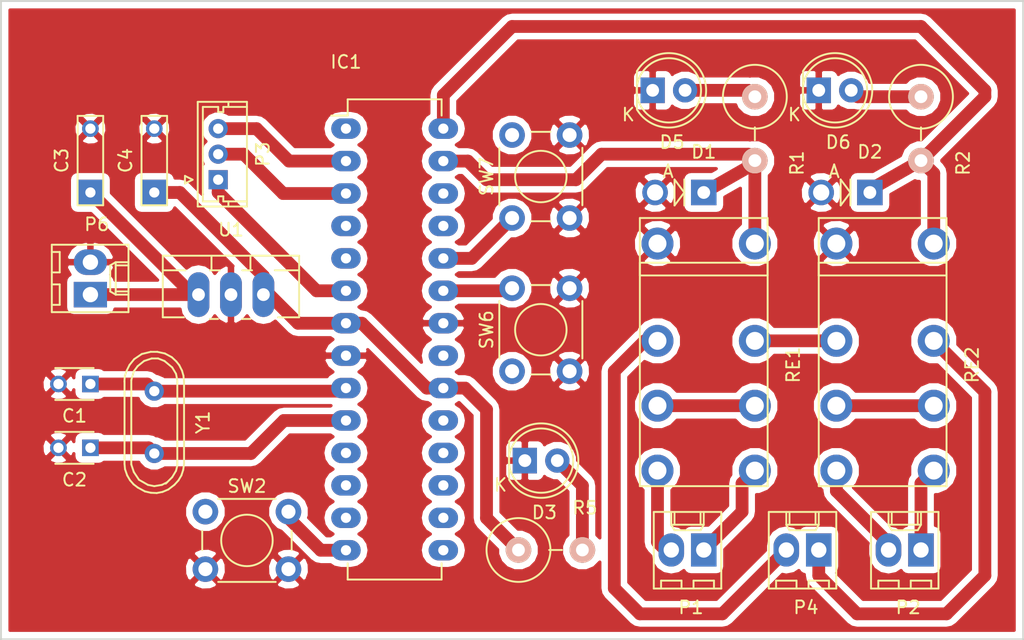
<source format=kicad_pcb>
(kicad_pcb (version 4) (host pcbnew 4.0.4-stable)
  (layers (0 F.Cu signal) (31 B.Cu signal) (34 B.Paste user) (35 F.Paste user) (36 B.SilkS user) (37 F.SilkS user) (38 B.Mask user) (39 F.Mask user) (44 Edge.Cuts user))
  (net 0 "")
  (net 1 /XTAL1)
  (net 2 GND)
  (net 3 /XTAL2)
  (net 4 /PED_1)
  (net 5 /PED_2)
  (net 6 "Net-(D3-Pad2)")
  (net 7 /RX)
  (net 8 /TX)
  (net 9 /XCK)
  (net 10 VDD)
  (net 11 /PRESET_1)
  (net 12 /SET_1)
  (net 13 /SET_2)
  (net 14 "Net-(P1-Pad1)")
  (net 15 "Net-(P1-Pad2)")
  (net 16 "Net-(P2-Pad1)")
  (net 17 "Net-(P2-Pad2)")
  (net 18 /G_OUT)
  (net 19 /G_IN)
  (net 20 VCC)
  (net 21 "Net-(RE1-Pad2)")
  (net 22 "Net-(RE1-Pad3)")
  (net 23 "Net-(RE2-Pad3)")
  (net 24 "Net-(D5-Pad2)")
  (net 25 "Net-(D6-Pad2)")
  (module Capacitors_ThroughHole:C_Disc_D3_P2.5 (layer F.Cu) (at 87 110 180)
    (fp_text reference C1 (at 1.25 -2.5 180) (layer F.SilkS))
    (fp_text value 22pF)
    (fp_line (start -0.25 -1.25) (end 2.75 -1.25) (layer F.SilkS) (width 0.15))
    (fp_line (start 2.75 1.25) (end -0.25 1.25) (layer F.SilkS) (width 0.15))
    (pad 1 thru_hole rect (at 0 0 180) (size 1.3 1.3) (drill 0.8) (layers *.Cu *.Mask) (net 1 /XTAL1))
    (pad 2 thru_hole circle (at 2.5 0 180) (size 1.3 1.3) (drill 0.8001) (layers *.Cu *.Mask) (net 2 GND))
  )
  (module Capacitors_ThroughHole:C_Disc_D3_P2.5 (layer F.Cu) (at 87 115 180)
    (fp_text reference C2 (at 1.25 -2.5 180) (layer F.SilkS))
    (fp_text value 22pF)
    (fp_line (start -0.25 -1.25) (end 2.75 -1.25) (layer F.SilkS) (width 0.15))
    (fp_line (start 2.75 1.25) (end -0.25 1.25) (layer F.SilkS) (width 0.15))
    (pad 1 thru_hole rect (at 0 0 180) (size 1.3 1.3) (drill 0.8) (layers *.Cu *.Mask) (net 3 /XTAL2))
    (pad 2 thru_hole circle (at 2.5 0 180) (size 1.3 1.3) (drill 0.8001) (layers *.Cu *.Mask) (net 2 GND))
  )
  (module Diodes_ThroughHole:Diode_DO-41_SOD81_Vertical_AnodeUp (layer F.Cu) (at 135 95 180)
    (fp_text reference D1 (at 0 3.175 180) (layer F.SilkS))
    (fp_text value D_Schottky)
    (fp_text user A (at 2.794 1.651 180) (layer F.SilkS))
    (fp_line (start 1.524 0) (end 2.286 1.016) (layer F.SilkS) (width 0.15))
    (fp_line (start 1.524 0) (end 2.286 -1.016) (layer F.SilkS) (width 0.15))
    (fp_line (start 1.524 -1.016) (end 1.524 1.016) (layer F.SilkS) (width 0.15))
    (fp_line (start 2.286 -1.016) (end 2.286 1.016) (layer F.SilkS) (width 0.15))
    (pad 2 thru_hole circle (at 3.81 0 180) (size 1.99898 1.99898) (drill 1.27) (layers *.Cu *.Mask) (net 2 GND))
    (pad 1 thru_hole rect (at 0 0 180) (size 1.99898 1.99898) (drill 1.00076) (layers *.Cu *.Mask) (net 4 /PED_1))
  )
  (module Diodes_ThroughHole:Diode_DO-41_SOD81_Vertical_AnodeUp (layer F.Cu) (at 148 95 180)
    (fp_text reference D2 (at 0 3.175 180) (layer F.SilkS))
    (fp_text value D_Schottky)
    (fp_text user A (at 2.794 1.651 180) (layer F.SilkS))
    (fp_line (start 1.524 0) (end 2.286 1.016) (layer F.SilkS) (width 0.15))
    (fp_line (start 1.524 0) (end 2.286 -1.016) (layer F.SilkS) (width 0.15))
    (fp_line (start 1.524 -1.016) (end 1.524 1.016) (layer F.SilkS) (width 0.15))
    (fp_line (start 2.286 -1.016) (end 2.286 1.016) (layer F.SilkS) (width 0.15))
    (pad 2 thru_hole circle (at 3.81 0 180) (size 1.99898 1.99898) (drill 1.27) (layers *.Cu *.Mask) (net 2 GND))
    (pad 1 thru_hole rect (at 0 0 180) (size 1.99898 1.99898) (drill 1.00076) (layers *.Cu *.Mask) (net 5 /PED_2))
  )
  (module LEDs:LED-5MM (layer F.Cu) (at 121 116)
    (fp_text reference D3 (at 1.524 4.064) (layer F.SilkS))
    (fp_text value LED)
    (fp_arc (start 1.27 0) (end -1.23 -1.5) (angle 297.5) (layer F.SilkS) (width 0.15))
    (fp_line (start -1.23 1.5) (end -1.23 -1.5) (layer F.SilkS) (width 0.15))
    (fp_circle (center 1.27 0) (end 0.97 -2.5) (layer F.SilkS) (width 0.15))
    (fp_text user K (at -1.905 1.905) (layer F.SilkS))
    (pad 1 thru_hole rect (at 0 0 90) (size 2 1.9) (drill 1.00076) (layers *.Cu *.Mask) (net 2 GND))
    (pad 2 thru_hole circle (at 2.54 0) (size 1.9 1.9) (drill 1.00076) (layers *.Cu *.Mask) (net 6 "Net-(D3-Pad2)"))
  )
  (module Housings_DIP:DIP-28_W7.62mm_LongPads (layer F.Cu) (at 107 90)
    (fp_text reference IC1 (at 0 -5.22) (layer F.SilkS))
    (fp_text value ATMEGA328-P)
    (fp_line (start 0.135 -2.295) (end 0.135 -1.025) (layer F.SilkS) (width 0.15))
    (fp_line (start 7.485 -2.295) (end 7.485 -1.025) (layer F.SilkS) (width 0.15))
    (fp_line (start 7.485 35.315) (end 7.485 34.045) (layer F.SilkS) (width 0.15))
    (fp_line (start 0.135 35.315) (end 0.135 34.045) (layer F.SilkS) (width 0.15))
    (fp_line (start 0.135 -2.295) (end 7.485 -2.295) (layer F.SilkS) (width 0.15))
    (fp_line (start 0.135 35.315) (end 7.485 35.315) (layer F.SilkS) (width 0.15))
    (fp_line (start 0.135 -1.025) (end -1.15 -1.025) (layer F.SilkS) (width 0.15))
    (pad 1 thru_hole oval (at 0 0) (size 2.3 1.6) (drill 0.8) (layers *.Cu *.Mask))
    (pad 2 thru_hole oval (at 0 2.54) (size 2.3 1.6) (drill 0.8) (layers *.Cu *.Mask) (net 7 /RX))
    (pad 3 thru_hole oval (at 0 5.08) (size 2.3 1.6) (drill 0.8) (layers *.Cu *.Mask) (net 8 /TX))
    (pad 4 thru_hole oval (at 0 7.62) (size 2.3 1.6) (drill 0.8) (layers *.Cu *.Mask))
    (pad 5 thru_hole oval (at 0 10.16) (size 2.3 1.6) (drill 0.8) (layers *.Cu *.Mask))
    (pad 6 thru_hole oval (at 0 12.7) (size 2.3 1.6) (drill 0.8) (layers *.Cu *.Mask) (net 9 /XCK))
    (pad 7 thru_hole oval (at 0 15.24) (size 2.3 1.6) (drill 0.8) (layers *.Cu *.Mask) (net 10 VDD))
    (pad 8 thru_hole oval (at 0 17.78) (size 2.3 1.6) (drill 0.8) (layers *.Cu *.Mask) (net 2 GND))
    (pad 9 thru_hole oval (at 0 20.32) (size 2.3 1.6) (drill 0.8) (layers *.Cu *.Mask) (net 1 /XTAL1))
    (pad 10 thru_hole oval (at 0 22.86) (size 2.3 1.6) (drill 0.8) (layers *.Cu *.Mask) (net 3 /XTAL2))
    (pad 11 thru_hole oval (at 0 25.4) (size 2.3 1.6) (drill 0.8) (layers *.Cu *.Mask))
    (pad 12 thru_hole oval (at 0 27.94) (size 2.3 1.6) (drill 0.8) (layers *.Cu *.Mask))
    (pad 13 thru_hole oval (at 0 30.48) (size 2.3 1.6) (drill 0.8) (layers *.Cu *.Mask))
    (pad 14 thru_hole oval (at 0 33.02) (size 2.3 1.6) (drill 0.8) (layers *.Cu *.Mask) (net 11 /PRESET_1))
    (pad 15 thru_hole oval (at 7.62 33.02) (size 2.3 1.6) (drill 0.8) (layers *.Cu *.Mask))
    (pad 16 thru_hole oval (at 7.62 30.48) (size 2.3 1.6) (drill 0.8) (layers *.Cu *.Mask))
    (pad 17 thru_hole oval (at 7.62 27.94) (size 2.3 1.6) (drill 0.8) (layers *.Cu *.Mask))
    (pad 18 thru_hole oval (at 7.62 25.4) (size 2.3 1.6) (drill 0.8) (layers *.Cu *.Mask))
    (pad 19 thru_hole oval (at 7.62 22.86) (size 2.3 1.6) (drill 0.8) (layers *.Cu *.Mask))
    (pad 20 thru_hole oval (at 7.62 20.32) (size 2.3 1.6) (drill 0.8) (layers *.Cu *.Mask) (net 10 VDD))
    (pad 21 thru_hole oval (at 7.62 17.78) (size 2.3 1.6) (drill 0.8) (layers *.Cu *.Mask))
    (pad 22 thru_hole oval (at 7.62 15.24) (size 2.3 1.6) (drill 0.8) (layers *.Cu *.Mask) (net 2 GND))
    (pad 23 thru_hole oval (at 7.62 12.7) (size 2.3 1.6) (drill 0.8) (layers *.Cu *.Mask) (net 12 /SET_1))
    (pad 24 thru_hole oval (at 7.62 10.16) (size 2.3 1.6) (drill 0.8) (layers *.Cu *.Mask) (net 13 /SET_2))
    (pad 25 thru_hole oval (at 7.62 7.62) (size 2.3 1.6) (drill 0.8) (layers *.Cu *.Mask))
    (pad 26 thru_hole oval (at 7.62 5.08) (size 2.3 1.6) (drill 0.8) (layers *.Cu *.Mask))
    (pad 27 thru_hole oval (at 7.62 2.54) (size 2.3 1.6) (drill 0.8) (layers *.Cu *.Mask) (net 4 /PED_1))
    (pad 28 thru_hole oval (at 7.62 0) (size 2.3 1.6) (drill 0.8) (layers *.Cu *.Mask) (net 5 /PED_2))
  )
  (module Connectors_Molex:Molex_KK-6410-02_02x2.54mm_Straight (layer F.Cu) (at 135 123 180)
    (fp_text reference P1 (at 1 -4.5 180) (layer F.SilkS))
    (fp_text value CONN_01X02)
    (fp_line (start -1.37 -3.02) (end -1.37 2.98) (layer F.SilkS) (width 0.15))
    (fp_line (start -1.37 2.98) (end 3.91 2.98) (layer F.SilkS) (width 0.15))
    (fp_line (start 3.91 2.98) (end 3.91 -3.02) (layer F.SilkS) (width 0.15))
    (fp_line (start 3.91 -3.02) (end -1.37 -3.02) (layer F.SilkS) (width 0.15))
    (fp_line (start 0 2.98) (end 0 1.98) (layer F.SilkS) (width 0.15))
    (fp_line (start 0 1.98) (end 2.54 1.98) (layer F.SilkS) (width 0.15))
    (fp_line (start 2.54 1.98) (end 2.54 2.98) (layer F.SilkS) (width 0.15))
    (fp_line (start 0 1.98) (end 0.25 1.55) (layer F.SilkS) (width 0.15))
    (fp_line (start 0.25 1.55) (end 2.29 1.55) (layer F.SilkS) (width 0.15))
    (fp_line (start 2.29 1.55) (end 2.54 1.98) (layer F.SilkS) (width 0.15))
    (fp_line (start 0.25 2.98) (end 0.25 1.98) (layer F.SilkS) (width 0.15))
    (fp_line (start 2.29 2.98) (end 2.29 1.98) (layer F.SilkS) (width 0.15))
    (fp_line (start -0.8 -3.02) (end -0.8 -2.4) (layer F.SilkS) (width 0.15))
    (fp_line (start -0.8 -2.4) (end 0.8 -2.4) (layer F.SilkS) (width 0.15))
    (fp_line (start 0.8 -2.4) (end 0.8 -3.02) (layer F.SilkS) (width 0.15))
    (fp_line (start 1.74 -3.02) (end 1.74 -2.4) (layer F.SilkS) (width 0.15))
    (fp_line (start 1.74 -2.4) (end 3.34 -2.4) (layer F.SilkS) (width 0.15))
    (fp_line (start 3.34 -2.4) (end 3.34 -3.02) (layer F.SilkS) (width 0.15))
    (pad 1 thru_hole rect (at 0 0 180) (size 2 2.6) (drill 1.2) (layers *.Cu *.Mask) (net 14 "Net-(P1-Pad1)"))
    (pad 2 thru_hole oval (at 2.54 0 180) (size 2 2.6) (drill 1.2) (layers *.Cu *.Mask) (net 15 "Net-(P1-Pad2)"))
  )
  (module Connectors_Molex:Molex_KK-6410-02_02x2.54mm_Straight (layer F.Cu) (at 152 123 180)
    (fp_text reference P2 (at 1 -4.5 180) (layer F.SilkS))
    (fp_text value CONN_01X02)
    (fp_line (start -1.37 -3.02) (end -1.37 2.98) (layer F.SilkS) (width 0.15))
    (fp_line (start -1.37 2.98) (end 3.91 2.98) (layer F.SilkS) (width 0.15))
    (fp_line (start 3.91 2.98) (end 3.91 -3.02) (layer F.SilkS) (width 0.15))
    (fp_line (start 3.91 -3.02) (end -1.37 -3.02) (layer F.SilkS) (width 0.15))
    (fp_line (start 0 2.98) (end 0 1.98) (layer F.SilkS) (width 0.15))
    (fp_line (start 0 1.98) (end 2.54 1.98) (layer F.SilkS) (width 0.15))
    (fp_line (start 2.54 1.98) (end 2.54 2.98) (layer F.SilkS) (width 0.15))
    (fp_line (start 0 1.98) (end 0.25 1.55) (layer F.SilkS) (width 0.15))
    (fp_line (start 0.25 1.55) (end 2.29 1.55) (layer F.SilkS) (width 0.15))
    (fp_line (start 2.29 1.55) (end 2.54 1.98) (layer F.SilkS) (width 0.15))
    (fp_line (start 0.25 2.98) (end 0.25 1.98) (layer F.SilkS) (width 0.15))
    (fp_line (start 2.29 2.98) (end 2.29 1.98) (layer F.SilkS) (width 0.15))
    (fp_line (start -0.8 -3.02) (end -0.8 -2.4) (layer F.SilkS) (width 0.15))
    (fp_line (start -0.8 -2.4) (end 0.8 -2.4) (layer F.SilkS) (width 0.15))
    (fp_line (start 0.8 -2.4) (end 0.8 -3.02) (layer F.SilkS) (width 0.15))
    (fp_line (start 1.74 -3.02) (end 1.74 -2.4) (layer F.SilkS) (width 0.15))
    (fp_line (start 1.74 -2.4) (end 3.34 -2.4) (layer F.SilkS) (width 0.15))
    (fp_line (start 3.34 -2.4) (end 3.34 -3.02) (layer F.SilkS) (width 0.15))
    (pad 1 thru_hole rect (at 0 0 180) (size 2 2.6) (drill 1.2) (layers *.Cu *.Mask) (net 16 "Net-(P2-Pad1)"))
    (pad 2 thru_hole oval (at 2.54 0 180) (size 2 2.6) (drill 1.2) (layers *.Cu *.Mask) (net 17 "Net-(P2-Pad2)"))
  )
  (module Connectors_Molex:Molex_MicroLatch-53253-0370_03x2.00mm_Straight (layer F.Cu) (at 97 94 90)
    (fp_text reference P3 (at 2 3.5 90) (layer F.SilkS))
    (fp_text value CONN_01X03)
    (fp_line (start -2.1 -1.6) (end -2.1 2.25) (layer F.SilkS) (width 0.15))
    (fp_line (start -2.1 2.25) (end 6.1 2.25) (layer F.SilkS) (width 0.15))
    (fp_line (start 6.1 2.25) (end 6.1 -1.6) (layer F.SilkS) (width 0.15))
    (fp_line (start 6.1 -1.6) (end -2.1 -1.6) (layer F.SilkS) (width 0.15))
    (fp_line (start 0 -2) (end -0.3 -2.6) (layer F.SilkS) (width 0.15))
    (fp_line (start -0.3 -2.6) (end 0.3 -2.6) (layer F.SilkS) (width 0.15))
    (fp_line (start 0.3 -2.6) (end 0 -2) (layer F.SilkS) (width 0.15))
    (fp_line (start -2.1 0.8) (end -1.7 0.8) (layer F.SilkS) (width 0.15))
    (fp_line (start 6.1 0.8) (end 5.7 0.8) (layer F.SilkS) (width 0.15))
    (fp_line (start 2 -1.2) (end -1.7 -1.2) (layer F.SilkS) (width 0.15))
    (fp_line (start -1.7 -1.2) (end -1.7 0) (layer F.SilkS) (width 0.15))
    (fp_line (start -1.7 0) (end -1.3 0) (layer F.SilkS) (width 0.15))
    (fp_line (start -1.3 0) (end -1.3 0.4) (layer F.SilkS) (width 0.15))
    (fp_line (start -1.3 0.4) (end -1.7 0.4) (layer F.SilkS) (width 0.15))
    (fp_line (start -1.7 0.4) (end -1.7 2.25) (layer F.SilkS) (width 0.15))
    (fp_line (start 2 -1.2) (end 5.7 -1.2) (layer F.SilkS) (width 0.15))
    (fp_line (start 5.7 -1.2) (end 5.7 0) (layer F.SilkS) (width 0.15))
    (fp_line (start 5.7 0) (end 5.3 0) (layer F.SilkS) (width 0.15))
    (fp_line (start 5.3 0) (end 5.3 0.4) (layer F.SilkS) (width 0.15))
    (fp_line (start 5.3 0.4) (end 5.7 0.4) (layer F.SilkS) (width 0.15))
    (fp_line (start 5.7 0.4) (end 5.7 2.25) (layer F.SilkS) (width 0.15))
    (pad 1 thru_hole rect (at 0 0 90) (size 1.5 1.5) (drill 0.8) (layers *.Cu *.Mask) (net 9 /XCK))
    (pad 2 thru_hole circle (at 2 0 90) (size 1.5 1.5) (drill 0.8) (layers *.Cu *.Mask) (net 8 /TX))
    (pad 3 thru_hole circle (at 4 0 90) (size 1.5 1.5) (drill 0.8) (layers *.Cu *.Mask) (net 7 /RX))
  )
  (module Connectors_Molex:Molex_KK-6410-02_02x2.54mm_Straight (layer F.Cu) (at 144 123 180)
    (fp_text reference P4 (at 1 -4.5 180) (layer F.SilkS))
    (fp_text value CONN_01X02)
    (fp_line (start -1.37 -3.02) (end -1.37 2.98) (layer F.SilkS) (width 0.15))
    (fp_line (start -1.37 2.98) (end 3.91 2.98) (layer F.SilkS) (width 0.15))
    (fp_line (start 3.91 2.98) (end 3.91 -3.02) (layer F.SilkS) (width 0.15))
    (fp_line (start 3.91 -3.02) (end -1.37 -3.02) (layer F.SilkS) (width 0.15))
    (fp_line (start 0 2.98) (end 0 1.98) (layer F.SilkS) (width 0.15))
    (fp_line (start 0 1.98) (end 2.54 1.98) (layer F.SilkS) (width 0.15))
    (fp_line (start 2.54 1.98) (end 2.54 2.98) (layer F.SilkS) (width 0.15))
    (fp_line (start 0 1.98) (end 0.25 1.55) (layer F.SilkS) (width 0.15))
    (fp_line (start 0.25 1.55) (end 2.29 1.55) (layer F.SilkS) (width 0.15))
    (fp_line (start 2.29 1.55) (end 2.54 1.98) (layer F.SilkS) (width 0.15))
    (fp_line (start 0.25 2.98) (end 0.25 1.98) (layer F.SilkS) (width 0.15))
    (fp_line (start 2.29 2.98) (end 2.29 1.98) (layer F.SilkS) (width 0.15))
    (fp_line (start -0.8 -3.02) (end -0.8 -2.4) (layer F.SilkS) (width 0.15))
    (fp_line (start -0.8 -2.4) (end 0.8 -2.4) (layer F.SilkS) (width 0.15))
    (fp_line (start 0.8 -2.4) (end 0.8 -3.02) (layer F.SilkS) (width 0.15))
    (fp_line (start 1.74 -3.02) (end 1.74 -2.4) (layer F.SilkS) (width 0.15))
    (fp_line (start 1.74 -2.4) (end 3.34 -2.4) (layer F.SilkS) (width 0.15))
    (fp_line (start 3.34 -2.4) (end 3.34 -3.02) (layer F.SilkS) (width 0.15))
    (pad 1 thru_hole rect (at 0 0 180) (size 2 2.6) (drill 1.2) (layers *.Cu *.Mask) (net 18 /G_OUT))
    (pad 2 thru_hole oval (at 2.54 0 180) (size 2 2.6) (drill 1.2) (layers *.Cu *.Mask) (net 19 /G_IN))
  )
  (module Connectors_Molex:Molex_KK-6410-02_02x2.54mm_Straight (layer F.Cu) (at 87 103 90)
    (fp_text reference P6 (at 5.5 0.5 180) (layer F.SilkS))
    (fp_text value CONN_01X02)
    (fp_line (start -1.37 -3.02) (end -1.37 2.98) (layer F.SilkS) (width 0.15))
    (fp_line (start -1.37 2.98) (end 3.91 2.98) (layer F.SilkS) (width 0.15))
    (fp_line (start 3.91 2.98) (end 3.91 -3.02) (layer F.SilkS) (width 0.15))
    (fp_line (start 3.91 -3.02) (end -1.37 -3.02) (layer F.SilkS) (width 0.15))
    (fp_line (start 0 2.98) (end 0 1.98) (layer F.SilkS) (width 0.15))
    (fp_line (start 0 1.98) (end 2.54 1.98) (layer F.SilkS) (width 0.15))
    (fp_line (start 2.54 1.98) (end 2.54 2.98) (layer F.SilkS) (width 0.15))
    (fp_line (start 0 1.98) (end 0.25 1.55) (layer F.SilkS) (width 0.15))
    (fp_line (start 0.25 1.55) (end 2.29 1.55) (layer F.SilkS) (width 0.15))
    (fp_line (start 2.29 1.55) (end 2.54 1.98) (layer F.SilkS) (width 0.15))
    (fp_line (start 0.25 2.98) (end 0.25 1.98) (layer F.SilkS) (width 0.15))
    (fp_line (start 2.29 2.98) (end 2.29 1.98) (layer F.SilkS) (width 0.15))
    (fp_line (start -0.8 -3.02) (end -0.8 -2.4) (layer F.SilkS) (width 0.15))
    (fp_line (start -0.8 -2.4) (end 0.8 -2.4) (layer F.SilkS) (width 0.15))
    (fp_line (start 0.8 -2.4) (end 0.8 -3.02) (layer F.SilkS) (width 0.15))
    (fp_line (start 1.74 -3.02) (end 1.74 -2.4) (layer F.SilkS) (width 0.15))
    (fp_line (start 1.74 -2.4) (end 3.34 -2.4) (layer F.SilkS) (width 0.15))
    (fp_line (start 3.34 -2.4) (end 3.34 -3.02) (layer F.SilkS) (width 0.15))
    (pad 1 thru_hole rect (at 0 0 90) (size 2 2.6) (drill 1.2) (layers *.Cu *.Mask) (net 20 VCC))
    (pad 2 thru_hole oval (at 2.54 0 90) (size 2 2.6) (drill 1.2) (layers *.Cu *.Mask) (net 2 GND))
  )
  (module Resistors_ThroughHole:Resistor_Vertical_RM5mm (layer F.Cu) (at 139 90 270)
    (fp_text reference R1 (at 2.70002 -3.29946 270) (layer F.SilkS))
    (fp_text value R)
    (fp_line (start -0.09906 0) (end 0.9017 0) (layer F.SilkS) (width 0.15))
    (fp_circle (center -2.49936 0) (end 0 0) (layer F.SilkS) (width 0.15))
    (pad 1 thru_hole circle (at -2.49936 0 270) (size 1.99898 1.99898) (drill 1.00076) (layers *.Cu *.SilkS *.Mask) (net 24 "Net-(D5-Pad2)"))
    (pad 2 thru_hole circle (at 2.5019 0 270) (size 1.99898 1.99898) (drill 1.00076) (layers *.Cu *.SilkS *.Mask) (net 4 /PED_1))
  )
  (module Resistors_ThroughHole:Resistor_Vertical_RM5mm (layer F.Cu) (at 152 90 270)
    (fp_text reference R2 (at 2.70002 -3.29946 270) (layer F.SilkS))
    (fp_text value R)
    (fp_line (start -0.09906 0) (end 0.9017 0) (layer F.SilkS) (width 0.15))
    (fp_circle (center -2.49936 0) (end 0 0) (layer F.SilkS) (width 0.15))
    (pad 1 thru_hole circle (at -2.49936 0 270) (size 1.99898 1.99898) (drill 1.00076) (layers *.Cu *.SilkS *.Mask) (net 25 "Net-(D6-Pad2)"))
    (pad 2 thru_hole circle (at 2.5019 0 270) (size 1.99898 1.99898) (drill 1.00076) (layers *.Cu *.SilkS *.Mask) (net 5 /PED_2))
  )
  (module Resistors_ThroughHole:Resistor_Vertical_RM5mm (layer F.Cu) (at 123 123)
    (fp_text reference R5 (at 2.70002 -3.29946) (layer F.SilkS))
    (fp_text value R)
    (fp_line (start -0.09906 0) (end 0.9017 0) (layer F.SilkS) (width 0.15))
    (fp_circle (center -2.49936 0) (end 0 0) (layer F.SilkS) (width 0.15))
    (pad 1 thru_hole circle (at -2.49936 0) (size 1.99898 1.99898) (drill 1.00076) (layers *.Cu *.SilkS *.Mask) (net 10 VDD))
    (pad 2 thru_hole circle (at 2.5019 0) (size 1.99898 1.99898) (drill 1.00076) (layers *.Cu *.SilkS *.Mask) (net 6 "Net-(D3-Pad2)"))
  )
  (module FroLib:DS2Y_PAK (layer F.Cu) (at 139 99 90)
    (fp_text reference RE1 (at -9.5 3 90) (layer F.SilkS))
    (fp_text value DPDT-5V)
    (fp_line (start 2 1) (end -19 1) (layer F.SilkS) (width 0.15))
    (fp_line (start -1.5 -9) (end -1.5 1) (layer F.SilkS) (width 0.15))
    (fp_line (start -1.5 1) (end -2.5 1) (layer F.SilkS) (width 0.15))
    (fp_line (start -2.5 1) (end -2.5 -9) (layer F.SilkS) (width 0.15))
    (fp_line (start -2.5 -9) (end -1.5 -9) (layer F.SilkS) (width 0.15))
    (fp_line (start 2 -9) (end 2 1) (layer F.SilkS) (width 0.15))
    (fp_line (start -19 1) (end -19 -9) (layer F.SilkS) (width 0.15))
    (fp_line (start -19 -9) (end 2 -9) (layer F.SilkS) (width 0.15))
    (pad 1 thru_hole circle (at 0 0 90) (size 2.5 2.5) (drill 1.4) (layers *.Cu *.Mask) (net 4 /PED_1))
    (pad 8 thru_hole circle (at 0 -7.62 90) (size 2.5 2.5) (drill 1.4) (layers *.Cu *.Mask) (net 2 GND))
    (pad 2 thru_hole circle (at -7.62 0 90) (size 2.5 2.5) (drill 1.4) (layers *.Cu *.Mask) (net 21 "Net-(RE1-Pad2)"))
    (pad 3 thru_hole circle (at -12.7 0 90) (size 2.5 2.5) (drill 1.4) (layers *.Cu *.Mask) (net 22 "Net-(RE1-Pad3)"))
    (pad 4 thru_hole circle (at -17.78 0 90) (size 2.5 2.5) (drill 1.4) (layers *.Cu *.Mask) (net 14 "Net-(P1-Pad1)"))
    (pad 5 thru_hole circle (at -17.78 -7.62 90) (size 2.5 2.5) (drill 1.4) (layers *.Cu *.Mask) (net 15 "Net-(P1-Pad2)"))
    (pad 6 thru_hole circle (at -12.7 -7.62 90) (size 2.5 2.5) (drill 1.4) (layers *.Cu *.Mask) (net 22 "Net-(RE1-Pad3)"))
    (pad 7 thru_hole circle (at -7.62 -7.62 90) (size 2.5 2.5) (drill 1.4) (layers *.Cu *.Mask) (net 19 /G_IN))
  )
  (module FroLib:DS2Y_PAK (layer F.Cu) (at 153 99 90)
    (fp_text reference RE2 (at -9.5 3 90) (layer F.SilkS))
    (fp_text value DPDT-5V)
    (fp_line (start 2 1) (end -19 1) (layer F.SilkS) (width 0.15))
    (fp_line (start -1.5 -9) (end -1.5 1) (layer F.SilkS) (width 0.15))
    (fp_line (start -1.5 1) (end -2.5 1) (layer F.SilkS) (width 0.15))
    (fp_line (start -2.5 1) (end -2.5 -9) (layer F.SilkS) (width 0.15))
    (fp_line (start -2.5 -9) (end -1.5 -9) (layer F.SilkS) (width 0.15))
    (fp_line (start 2 -9) (end 2 1) (layer F.SilkS) (width 0.15))
    (fp_line (start -19 1) (end -19 -9) (layer F.SilkS) (width 0.15))
    (fp_line (start -19 -9) (end 2 -9) (layer F.SilkS) (width 0.15))
    (pad 1 thru_hole circle (at 0 0 90) (size 2.5 2.5) (drill 1.4) (layers *.Cu *.Mask) (net 5 /PED_2))
    (pad 8 thru_hole circle (at 0 -7.62 90) (size 2.5 2.5) (drill 1.4) (layers *.Cu *.Mask) (net 2 GND))
    (pad 2 thru_hole circle (at -7.62 0 90) (size 2.5 2.5) (drill 1.4) (layers *.Cu *.Mask) (net 18 /G_OUT))
    (pad 3 thru_hole circle (at -12.7 0 90) (size 2.5 2.5) (drill 1.4) (layers *.Cu *.Mask) (net 23 "Net-(RE2-Pad3)"))
    (pad 4 thru_hole circle (at -17.78 0 90) (size 2.5 2.5) (drill 1.4) (layers *.Cu *.Mask) (net 16 "Net-(P2-Pad1)"))
    (pad 5 thru_hole circle (at -17.78 -7.62 90) (size 2.5 2.5) (drill 1.4) (layers *.Cu *.Mask) (net 17 "Net-(P2-Pad2)"))
    (pad 6 thru_hole circle (at -12.7 -7.62 90) (size 2.5 2.5) (drill 1.4) (layers *.Cu *.Mask) (net 23 "Net-(RE2-Pad3)"))
    (pad 7 thru_hole circle (at -7.62 -7.62 90) (size 2.5 2.5) (drill 1.4) (layers *.Cu *.Mask) (net 21 "Net-(RE1-Pad2)"))
  )
  (module Crystals:Crystal_HC49-U_Vertical (layer F.Cu) (at 92 113 270)
    (fp_text reference Y1 (at 0 -3.81 270) (layer F.SilkS))
    (fp_text value Crystal)
    (fp_line (start 4.699 -1.00076) (end 4.89966 -0.59944) (layer F.SilkS) (width 0.15))
    (fp_line (start 4.89966 -0.59944) (end 5.00126 0) (layer F.SilkS) (width 0.15))
    (fp_line (start 5.00126 0) (end 4.89966 0.50038) (layer F.SilkS) (width 0.15))
    (fp_line (start 4.89966 0.50038) (end 4.50088 1.19888) (layer F.SilkS) (width 0.15))
    (fp_line (start 4.50088 1.19888) (end 3.8989 1.6002) (layer F.SilkS) (width 0.15))
    (fp_line (start 3.8989 1.6002) (end 3.29946 1.80086) (layer F.SilkS) (width 0.15))
    (fp_line (start 3.29946 1.80086) (end -3.29946 1.80086) (layer F.SilkS) (width 0.15))
    (fp_line (start -3.29946 1.80086) (end -4.0005 1.6002) (layer F.SilkS) (width 0.15))
    (fp_line (start -4.0005 1.6002) (end -4.39928 1.30048) (layer F.SilkS) (width 0.15))
    (fp_line (start -4.39928 1.30048) (end -4.8006 0.8001) (layer F.SilkS) (width 0.15))
    (fp_line (start -4.8006 0.8001) (end -5.00126 0.20066) (layer F.SilkS) (width 0.15))
    (fp_line (start -5.00126 0.20066) (end -5.00126 -0.29972) (layer F.SilkS) (width 0.15))
    (fp_line (start -5.00126 -0.29972) (end -4.8006 -0.8001) (layer F.SilkS) (width 0.15))
    (fp_line (start -4.8006 -0.8001) (end -4.30022 -1.39954) (layer F.SilkS) (width 0.15))
    (fp_line (start -4.30022 -1.39954) (end -3.79984 -1.69926) (layer F.SilkS) (width 0.15))
    (fp_line (start -3.79984 -1.69926) (end -3.29946 -1.80086) (layer F.SilkS) (width 0.15))
    (fp_line (start -3.2004 -1.80086) (end 3.40106 -1.80086) (layer F.SilkS) (width 0.15))
    (fp_line (start 3.40106 -1.80086) (end 3.79984 -1.69926) (layer F.SilkS) (width 0.15))
    (fp_line (start 3.79984 -1.69926) (end 4.30022 -1.39954) (layer F.SilkS) (width 0.15))
    (fp_line (start 4.30022 -1.39954) (end 4.8006 -0.89916) (layer F.SilkS) (width 0.15))
    (fp_line (start -3.19024 -2.32918) (end -3.64998 -2.28092) (layer F.SilkS) (width 0.15))
    (fp_line (start -3.64998 -2.28092) (end -4.04876 -2.16916) (layer F.SilkS) (width 0.15))
    (fp_line (start -4.04876 -2.16916) (end -4.48056 -1.95072) (layer F.SilkS) (width 0.15))
    (fp_line (start -4.48056 -1.95072) (end -4.77012 -1.71958) (layer F.SilkS) (width 0.15))
    (fp_line (start -4.77012 -1.71958) (end -5.10032 -1.36906) (layer F.SilkS) (width 0.15))
    (fp_line (start -5.10032 -1.36906) (end -5.38988 -0.83058) (layer F.SilkS) (width 0.15))
    (fp_line (start -5.38988 -0.83058) (end -5.51942 -0.23114) (layer F.SilkS) (width 0.15))
    (fp_line (start -5.51942 -0.23114) (end -5.51942 0.2794) (layer F.SilkS) (width 0.15))
    (fp_line (start -5.51942 0.2794) (end -5.34924 0.98044) (layer F.SilkS) (width 0.15))
    (fp_line (start -5.34924 0.98044) (end -4.95046 1.56972) (layer F.SilkS) (width 0.15))
    (fp_line (start -4.95046 1.56972) (end -4.49072 1.94056) (layer F.SilkS) (width 0.15))
    (fp_line (start -4.49072 1.94056) (end -4.06908 2.14884) (layer F.SilkS) (width 0.15))
    (fp_line (start -4.06908 2.14884) (end -3.6195 2.30886) (layer F.SilkS) (width 0.15))
    (fp_line (start -3.6195 2.30886) (end -3.18008 2.33934) (layer F.SilkS) (width 0.15))
    (fp_line (start 4.16052 2.1209) (end 4.53898 1.89992) (layer F.SilkS) (width 0.15))
    (fp_line (start 4.53898 1.89992) (end 4.85902 1.62052) (layer F.SilkS) (width 0.15))
    (fp_line (start 4.85902 1.62052) (end 5.11048 1.29032) (layer F.SilkS) (width 0.15))
    (fp_line (start 5.11048 1.29032) (end 5.4102 0.73914) (layer F.SilkS) (width 0.15))
    (fp_line (start 5.4102 0.73914) (end 5.51942 0.26924) (layer F.SilkS) (width 0.15))
    (fp_line (start 5.51942 0.26924) (end 5.53974 -0.1905) (layer F.SilkS) (width 0.15))
    (fp_line (start 5.53974 -0.1905) (end 5.45084 -0.65024) (layer F.SilkS) (width 0.15))
    (fp_line (start 5.45084 -0.65024) (end 5.26034 -1.09982) (layer F.SilkS) (width 0.15))
    (fp_line (start 5.26034 -1.09982) (end 4.89966 -1.56972) (layer F.SilkS) (width 0.15))
    (fp_line (start 4.89966 -1.56972) (end 4.54914 -1.88976) (layer F.SilkS) (width 0.15))
    (fp_line (start 4.54914 -1.88976) (end 4.16052 -2.1209) (layer F.SilkS) (width 0.15))
    (fp_line (start 4.16052 -2.1209) (end 3.73126 -2.2606) (layer F.SilkS) (width 0.15))
    (fp_line (start 3.73126 -2.2606) (end 3.2893 -2.32918) (layer F.SilkS) (width 0.15))
    (fp_line (start -3.2004 2.32918) (end 3.2512 2.32918) (layer F.SilkS) (width 0.15))
    (fp_line (start 3.2512 2.32918) (end 3.6703 2.29108) (layer F.SilkS) (width 0.15))
    (fp_line (start 3.6703 2.29108) (end 4.16052 2.1209) (layer F.SilkS) (width 0.15))
    (fp_line (start -3.2004 -2.32918) (end 3.2512 -2.32918) (layer F.SilkS) (width 0.15))
    (pad 1 thru_hole circle (at -2.44094 0 270) (size 1.50114 1.50114) (drill 0.8001) (layers *.Cu *.Mask) (net 1 /XTAL1))
    (pad 2 thru_hole circle (at 2.44094 0 270) (size 1.50114 1.50114) (drill 0.8001) (layers *.Cu *.Mask) (net 3 /XTAL2))
  )
  (module Capacitors_ThroughHole:C_Rect_L7_W2_P5 (layer F.Cu) (at 87 95 90)
    (fp_text reference C3 (at 2.5 -2.25 90) (layer F.SilkS))
    (fp_text value C)
    (fp_line (start -1 -1) (end 6 -1) (layer F.SilkS) (width 0.15))
    (fp_line (start 6 -1) (end 6 1) (layer F.SilkS) (width 0.15))
    (fp_line (start 6 1) (end -1 1) (layer F.SilkS) (width 0.15))
    (fp_line (start -1 1) (end -1 -1) (layer F.SilkS) (width 0.15))
    (pad 1 thru_hole rect (at 0 0 90) (size 2 2) (drill 0.8) (layers *.Cu *.Mask) (net 20 VCC))
    (pad 2 thru_hole circle (at 5 0 90) (size 1.3 1.3) (drill 0.8) (layers *.Cu *.Mask) (net 2 GND))
  )
  (module Capacitors_ThroughHole:C_Rect_L7_W2_P5 (layer F.Cu) (at 92 95 90)
    (fp_text reference C4 (at 2.5 -2.25 90) (layer F.SilkS))
    (fp_text value C)
    (fp_line (start -1 -1) (end 6 -1) (layer F.SilkS) (width 0.15))
    (fp_line (start 6 -1) (end 6 1) (layer F.SilkS) (width 0.15))
    (fp_line (start 6 1) (end -1 1) (layer F.SilkS) (width 0.15))
    (fp_line (start -1 1) (end -1 -1) (layer F.SilkS) (width 0.15))
    (pad 1 thru_hole rect (at 0 0 90) (size 2 2) (drill 0.8) (layers *.Cu *.Mask) (net 10 VDD))
    (pad 2 thru_hole circle (at 5 0 90) (size 1.3 1.3) (drill 0.8) (layers *.Cu *.Mask) (net 2 GND))
  )
  (module Buttons_Switches_ThroughHole:SW_PUSH_6mm (layer F.Cu) (at 96 120)
    (fp_text reference SW2 (at 3.25 -2) (layer F.SilkS))
    (fp_text value SW_PUSH)
    (fp_circle (center 3.25 2.25) (end 1.25 2.5) (layer F.SilkS) (width 0.15))
    (fp_line (start 1 5.5) (end 5.5 5.5) (layer F.SilkS) (width 0.15))
    (fp_line (start -0.25 1.5) (end -0.25 3) (layer F.SilkS) (width 0.15))
    (fp_line (start 5.5 -1) (end 1 -1) (layer F.SilkS) (width 0.15))
    (fp_line (start 6.75 3) (end 6.75 1.5) (layer F.SilkS) (width 0.15))
    (pad 2 thru_hole circle (at 0 4.5 90) (size 2 2) (drill 1.1) (layers *.Cu *.Mask) (net 2 GND))
    (pad 1 thru_hole circle (at 0 0 90) (size 2 2) (drill 1.1) (layers *.Cu *.Mask) (net 11 /PRESET_1))
    (pad 2 thru_hole circle (at 6.5 4.5 90) (size 2 2) (drill 1.1) (layers *.Cu *.Mask) (net 2 GND))
    (pad 1 thru_hole circle (at 6.5 0 90) (size 2 2) (drill 1.1) (layers *.Cu *.Mask) (net 11 /PRESET_1))
  )
  (module Buttons_Switches_ThroughHole:SW_PUSH_6mm (layer F.Cu) (at 120 109 90)
    (fp_text reference SW6 (at 3.25 -2 90) (layer F.SilkS))
    (fp_text value SW_PUSH)
    (fp_circle (center 3.25 2.25) (end 1.25 2.5) (layer F.SilkS) (width 0.15))
    (fp_line (start 1 5.5) (end 5.5 5.5) (layer F.SilkS) (width 0.15))
    (fp_line (start -0.25 1.5) (end -0.25 3) (layer F.SilkS) (width 0.15))
    (fp_line (start 5.5 -1) (end 1 -1) (layer F.SilkS) (width 0.15))
    (fp_line (start 6.75 3) (end 6.75 1.5) (layer F.SilkS) (width 0.15))
    (pad 2 thru_hole circle (at 0 4.5 180) (size 2 2) (drill 1.1) (layers *.Cu *.Mask) (net 2 GND))
    (pad 1 thru_hole circle (at 0 0 180) (size 2 2) (drill 1.1) (layers *.Cu *.Mask) (net 12 /SET_1))
    (pad 2 thru_hole circle (at 6.5 4.5 180) (size 2 2) (drill 1.1) (layers *.Cu *.Mask) (net 2 GND))
    (pad 1 thru_hole circle (at 6.5 0 180) (size 2 2) (drill 1.1) (layers *.Cu *.Mask) (net 12 /SET_1))
  )
  (module Buttons_Switches_ThroughHole:SW_PUSH_6mm (layer F.Cu) (at 120 97 90)
    (fp_text reference SW7 (at 3.25 -2 90) (layer F.SilkS))
    (fp_text value SW_PUSH)
    (fp_circle (center 3.25 2.25) (end 1.25 2.5) (layer F.SilkS) (width 0.15))
    (fp_line (start 1 5.5) (end 5.5 5.5) (layer F.SilkS) (width 0.15))
    (fp_line (start -0.25 1.5) (end -0.25 3) (layer F.SilkS) (width 0.15))
    (fp_line (start 5.5 -1) (end 1 -1) (layer F.SilkS) (width 0.15))
    (fp_line (start 6.75 3) (end 6.75 1.5) (layer F.SilkS) (width 0.15))
    (pad 2 thru_hole circle (at 0 4.5 180) (size 2 2) (drill 1.1) (layers *.Cu *.Mask) (net 2 GND))
    (pad 1 thru_hole circle (at 0 0 180) (size 2 2) (drill 1.1) (layers *.Cu *.Mask) (net 13 /SET_2))
    (pad 2 thru_hole circle (at 6.5 4.5 180) (size 2 2) (drill 1.1) (layers *.Cu *.Mask) (net 2 GND))
    (pad 1 thru_hole circle (at 6.5 0 180) (size 2 2) (drill 1.1) (layers *.Cu *.Mask) (net 13 /SET_2))
  )
  (module LEDs:LED-5MM (layer F.Cu) (at 131 87)
    (fp_text reference D5 (at 1.524 4.064) (layer F.SilkS))
    (fp_text value LED)
    (fp_arc (start 1.27 0) (end -1.23 -1.5) (angle 297.5) (layer F.SilkS) (width 0.15))
    (fp_line (start -1.23 1.5) (end -1.23 -1.5) (layer F.SilkS) (width 0.15))
    (fp_circle (center 1.27 0) (end 0.97 -2.5) (layer F.SilkS) (width 0.15))
    (fp_text user K (at -1.905 1.905) (layer F.SilkS))
    (pad 1 thru_hole rect (at 0 0 90) (size 2 1.9) (drill 1.00076) (layers *.Cu *.Mask) (net 2 GND))
    (pad 2 thru_hole circle (at 2.54 0) (size 1.9 1.9) (drill 1.00076) (layers *.Cu *.Mask) (net 24 "Net-(D5-Pad2)"))
  )
  (module LEDs:LED-5MM (layer F.Cu) (at 144 87)
    (fp_text reference D6 (at 1.524 4.064) (layer F.SilkS))
    (fp_text value LED)
    (fp_arc (start 1.27 0) (end -1.23 -1.5) (angle 297.5) (layer F.SilkS) (width 0.15))
    (fp_line (start -1.23 1.5) (end -1.23 -1.5) (layer F.SilkS) (width 0.15))
    (fp_circle (center 1.27 0) (end 0.97 -2.5) (layer F.SilkS) (width 0.15))
    (fp_text user K (at -1.905 1.905) (layer F.SilkS))
    (pad 1 thru_hole rect (at 0 0 90) (size 2 1.9) (drill 1.00076) (layers *.Cu *.Mask) (net 2 GND))
    (pad 2 thru_hole circle (at 2.54 0) (size 1.9 1.9) (drill 1.00076) (layers *.Cu *.Mask) (net 25 "Net-(D6-Pad2)"))
  )
  (module TO_SOT_Packages_THT:TO-220_Neutral123_Vertical_LargePads (layer F.Cu) (at 98 103)
    (fp_text reference U1 (at 0 -5.08) (layer F.SilkS))
    (fp_text value LM7805CT)
    (fp_line (start 5.334 -1.905) (end 3.429 -1.905) (layer F.SilkS) (width 0.15))
    (fp_line (start 0.889 -1.905) (end 1.651 -1.905) (layer F.SilkS) (width 0.15))
    (fp_line (start -1.524 -1.905) (end -1.651 -1.905) (layer F.SilkS) (width 0.15))
    (fp_line (start -1.524 -1.905) (end -0.889 -1.905) (layer F.SilkS) (width 0.15))
    (fp_line (start -5.334 -1.905) (end -3.556 -1.905) (layer F.SilkS) (width 0.15))
    (fp_line (start -5.334 1.778) (end -3.683 1.778) (layer F.SilkS) (width 0.15))
    (fp_line (start -1.016 1.905) (end -1.651 1.905) (layer F.SilkS) (width 0.15))
    (fp_line (start 1.524 1.905) (end 0.889 1.905) (layer F.SilkS) (width 0.15))
    (fp_line (start 5.334 1.778) (end 3.683 1.778) (layer F.SilkS) (width 0.15))
    (fp_line (start -1.524 -3.048) (end -1.524 -1.905) (layer F.SilkS) (width 0.15))
    (fp_line (start 1.524 -3.048) (end 1.524 -1.905) (layer F.SilkS) (width 0.15))
    (fp_line (start 5.334 -1.905) (end 5.334 1.778) (layer F.SilkS) (width 0.15))
    (fp_line (start -5.334 1.778) (end -5.334 -1.905) (layer F.SilkS) (width 0.15))
    (fp_line (start 5.334 -3.048) (end 5.334 -1.905) (layer F.SilkS) (width 0.15))
    (fp_line (start -5.334 -1.905) (end -5.334 -3.048) (layer F.SilkS) (width 0.15))
    (fp_line (start 0 -3.048) (end -5.334 -3.048) (layer F.SilkS) (width 0.15))
    (fp_line (start 0 -3.048) (end 5.334 -3.048) (layer F.SilkS) (width 0.15))
    (pad 2 thru_hole oval (at 0 0 90) (size 3.50012 1.69926) (drill 1.00076) (layers *.Cu *.Mask) (net 2 GND))
    (pad 1 thru_hole oval (at -2.54 0 90) (size 3.50012 1.69926) (drill 1.00076) (layers *.Cu *.Mask) (net 20 VCC))
    (pad 3 thru_hole oval (at 2.54 0 90) (size 3.50012 1.69926) (drill 1.00076) (layers *.Cu *.Mask) (net 10 VDD))
  )
  (gr_line (start 80 80) (end 80 130) (angle 90) (layer Edge.Cuts) (width 0.15))
  (gr_line (start 160 80) (end 80 80) (angle 90) (layer Edge.Cuts) (width 0.15))
  (gr_line (start 160 130) (end 160 80) (angle 90) (layer Edge.Cuts) (width 0.15))
  (gr_line (start 80 130) (end 160 130) (angle 90) (layer Edge.Cuts) (width 0.15))
  (segment (start 92 110.55906) (end 106.76094 110.55906) (width 1) (layer F.Cu) (net 1))
  (segment (start 106.76094 110.55906) (end 107 110.32) (width 1) (layer F.Cu) (net 1))
  (segment (start 87 110) (end 91.44094 110) (width 1) (layer F.Cu) (net 1))
  (segment (start 91.44094 110) (end 92 110.55906) (width 1) (layer F.Cu) (net 1))
  (segment (start 92 115.44094) (end 99.55906 115.44094) (width 1) (layer F.Cu) (net 3))
  (segment (start 102.14 112.86) (end 107 112.86) (width 1) (layer F.Cu) (net 3))
  (segment (start 99.55906 115.44094) (end 102.14 112.86) (width 1) (layer F.Cu) (net 3))
  (segment (start 87 115) (end 91.55906 115) (width 1) (layer F.Cu) (net 3))
  (segment (start 91.55906 115) (end 92 115.44094) (width 1) (layer F.Cu) (net 3))
  (segment (start 114.62 92.54) (end 116.54 92.54) (width 1) (layer F.Cu) (net 4))
  (segment (start 127 92) (end 138.4981 92) (width 1) (layer F.Cu) (net 4))
  (segment (start 125 94) (end 127 92) (width 1) (layer F.Cu) (net 4))
  (segment (start 118 94) (end 125 94) (width 1) (layer F.Cu) (net 4))
  (segment (start 116.54 92.54) (end 118 94) (width 1) (layer F.Cu) (net 4))
  (segment (start 138.4981 92) (end 139 92.5019) (width 1) (layer F.Cu) (net 4))
  (segment (start 135 95) (end 138.5019 93) (width 1) (layer F.Cu) (net 4))
  (segment (start 138.5019 93) (end 139 92.5019) (width 1) (layer F.Cu) (net 4))
  (segment (start 139 92.5019) (end 139 99) (width 1) (layer F.Cu) (net 4))
  (segment (start 114.62 90) (end 114.62 87.38) (width 1) (layer F.Cu) (net 5))
  (segment (start 157 87.5019) (end 152 92.5019) (width 1) (layer F.Cu) (net 5))
  (segment (start 157 87) (end 157 87.5019) (width 1) (layer F.Cu) (net 5))
  (segment (start 152 82) (end 157 87) (width 1) (layer F.Cu) (net 5))
  (segment (start 120 82) (end 152 82) (width 1) (layer F.Cu) (net 5))
  (segment (start 114.62 87.38) (end 120 82) (width 1) (layer F.Cu) (net 5))
  (segment (start 152 92.5019) (end 148.4981 94.5019) (width 1) (layer F.Cu) (net 5))
  (segment (start 148.4981 94.5019) (end 148 95) (width 1) (layer F.Cu) (net 5))
  (segment (start 153 99) (end 153 93.5019) (width 1) (layer F.Cu) (net 5))
  (segment (start 153 93.5019) (end 152 92.5019) (width 1) (layer F.Cu) (net 5))
  (segment (start 125.5019 123) (end 125.5019 117.9619) (width 1) (layer F.Cu) (net 6))
  (segment (start 125.5019 117.9619) (end 123.54 116) (width 1) (layer F.Cu) (net 6))
  (segment (start 97 90) (end 100 90) (width 1) (layer F.Cu) (net 7))
  (segment (start 102.54 92.54) (end 107 92.54) (width 1) (layer F.Cu) (net 7))
  (segment (start 100 90) (end 102.54 92.54) (width 1) (layer F.Cu) (net 7))
  (segment (start 97 92) (end 99 92) (width 1) (layer F.Cu) (net 8))
  (segment (start 102.08 95.08) (end 107 95.08) (width 1) (layer F.Cu) (net 8))
  (segment (start 99 92) (end 102.08 95.08) (width 1) (layer F.Cu) (net 8))
  (segment (start 97 94) (end 97 95) (width 1) (layer F.Cu) (net 9))
  (segment (start 104.7 102.7) (end 107 102.7) (width 1) (layer F.Cu) (net 9))
  (segment (start 97 95) (end 104.7 102.7) (width 1) (layer F.Cu) (net 9))
  (segment (start 100.54 103) (end 101 103) (width 1) (layer F.Cu) (net 10))
  (segment (start 101 103) (end 103.24 105.24) (width 1) (layer F.Cu) (net 10))
  (segment (start 103.24 105.24) (end 107 105.24) (width 1) (layer F.Cu) (net 10))
  (segment (start 92 95) (end 94 95) (width 1) (layer F.Cu) (net 10))
  (segment (start 94 95) (end 100.54 101.54) (width 1) (layer F.Cu) (net 10))
  (segment (start 100.54 101.54) (end 100.54 103) (width 1) (layer F.Cu) (net 10))
  (segment (start 107 105.24) (end 108.24 105.24) (width 1) (layer F.Cu) (net 10))
  (segment (start 113.32 110.32) (end 114.62 110.32) (width 1) (layer F.Cu) (net 10))
  (segment (start 108.24 105.24) (end 113.32 110.32) (width 1) (layer F.Cu) (net 10))
  (segment (start 114.62 110.32) (end 116.32 110.32) (width 1) (layer F.Cu) (net 10))
  (segment (start 116.32 110.32) (end 118 112) (width 1) (layer F.Cu) (net 10))
  (segment (start 118 112) (end 118 120.49936) (width 1) (layer F.Cu) (net 10))
  (segment (start 118 120.49936) (end 120.50064 123) (width 1) (layer F.Cu) (net 10))
  (segment (start 102.5 120) (end 102.5 120.5) (width 1) (layer F.Cu) (net 11))
  (segment (start 102.5 120.5) (end 105.02 123.02) (width 1) (layer F.Cu) (net 11))
  (segment (start 105.02 123.02) (end 107 123.02) (width 1) (layer F.Cu) (net 11))
  (segment (start 114.62 102.7) (end 119.8 102.7) (width 1) (layer F.Cu) (net 12))
  (segment (start 119.8 102.7) (end 120 102.5) (width 1) (layer F.Cu) (net 12))
  (segment (start 114.62 100.16) (end 116.84 100.16) (width 1) (layer F.Cu) (net 13))
  (segment (start 116.84 100.16) (end 120 97) (width 1) (layer F.Cu) (net 13))
  (segment (start 135 123) (end 138 120) (width 1) (layer F.Cu) (net 14))
  (segment (start 138 117.78) (end 139 116.78) (width 1) (layer F.Cu) (net 14))
  (segment (start 138 120) (end 138 117.78) (width 1) (layer F.Cu) (net 14))
  (segment (start 132.46 123) (end 132 123) (width 1) (layer F.Cu) (net 15))
  (segment (start 132 123) (end 131.38 122.38) (width 1) (layer F.Cu) (net 15))
  (segment (start 131.38 122.38) (end 131.38 116.78) (width 1) (layer F.Cu) (net 15))
  (segment (start 152 123) (end 152 117.78) (width 1) (layer F.Cu) (net 16))
  (segment (start 152 117.78) (end 153 116.78) (width 1) (layer F.Cu) (net 16))
  (segment (start 149.46 123) (end 149.46 122.46) (width 1) (layer F.Cu) (net 17))
  (segment (start 149.46 122.46) (end 145.38 118.38) (width 1) (layer F.Cu) (net 17))
  (segment (start 145.38 118.38) (end 145.38 116.78) (width 1) (layer F.Cu) (net 17))
  (segment (start 144 123) (end 144 125) (width 1) (layer F.Cu) (net 18))
  (segment (start 157 110.62) (end 153 106.62) (width 1) (layer F.Cu) (net 18))
  (segment (start 157 125) (end 157 110.62) (width 1) (layer F.Cu) (net 18))
  (segment (start 154 128) (end 157 125) (width 1) (layer F.Cu) (net 18))
  (segment (start 147 128) (end 154 128) (width 1) (layer F.Cu) (net 18))
  (segment (start 144 125) (end 147 128) (width 1) (layer F.Cu) (net 18))
  (segment (start 131.38 106.62) (end 130.38 106.62) (width 1) (layer F.Cu) (net 19))
  (segment (start 130.38 106.62) (end 128 109) (width 1) (layer F.Cu) (net 19))
  (segment (start 128 109) (end 128 126) (width 1) (layer F.Cu) (net 19))
  (segment (start 128 126) (end 130 128) (width 1) (layer F.Cu) (net 19))
  (segment (start 130 128) (end 136.46 128) (width 1) (layer F.Cu) (net 19))
  (segment (start 136.46 128) (end 141.46 123) (width 1) (layer F.Cu) (net 19))
  (segment (start 95.46 103) (end 95 103) (width 1) (layer F.Cu) (net 20))
  (segment (start 95 103) (end 87 95) (width 1) (layer F.Cu) (net 20))
  (segment (start 87 103) (end 95.46 103) (width 1) (layer F.Cu) (net 20))
  (segment (start 87 95) (end 87.46 95) (width 1) (layer F.Cu) (net 20))
  (segment (start 139 106.62) (end 145.38 106.62) (width 1) (layer F.Cu) (net 21))
  (segment (start 131.38 111.7) (end 139 111.7) (width 1) (layer F.Cu) (net 22))
  (segment (start 145.38 111.7) (end 153 111.7) (width 1) (layer F.Cu) (net 23))
  (segment (start 133.54 87) (end 138.49936 87) (width 1) (layer F.Cu) (net 24))
  (segment (start 138.49936 87) (end 139 87.50064) (width 1) (layer F.Cu) (net 24))
  (segment (start 152 87.50064) (end 147.04064 87.50064) (width 1) (layer F.Cu) (net 25))
  (segment (start 147.04064 87.50064) (end 146.54 87) (width 1) (layer F.Cu) (net 25))
  (zone (net 2) (net_name GND) (layer F.Cu) (connect_pads (clearance 0.508)) (min_thickness 0.254) (fill yes (mode segment) (arc_segments 16) (thermal_gap 0.508) (thermal_bridge_width 0.508))
    (polygon (pts (xy 160 130) (xy 80 130) (xy 80 80) (xy 160 80)))
  )
)
</source>
